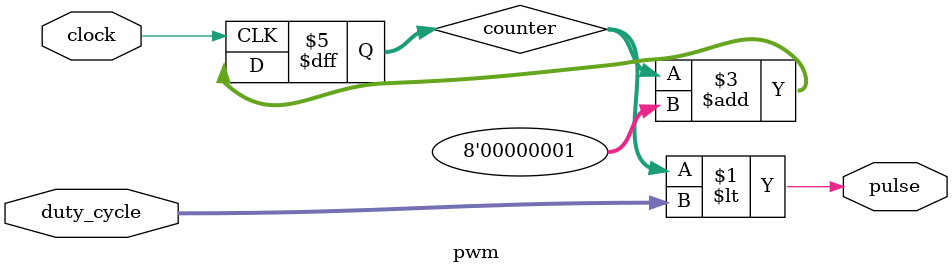
<source format=v>
module pwm(clock, duty_cycle, pulse);
 
    // Declarations
    input clock;
    input [7:0] duty_cycle;
    output pulse;

    // Intermediates
    reg [7:0] counter;
    
    // Logic
    initial 
        begin
            counter <= 8'b00000000;
        end

    // Logic (PWM)
    assign pulse = (counter < duty_cycle);

    // Increment counter
    always @(posedge clock)
        begin
            counter <= (counter + 8'b00000001);
        end

endmodule
</source>
